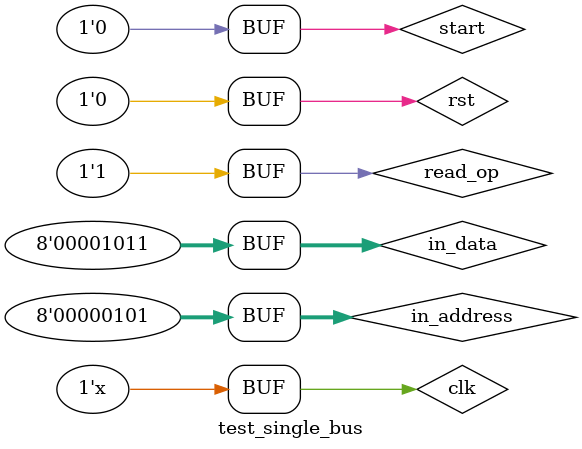
<source format=v>
`timescale 1ns / 1ps


module test_single_bus;

	// Inputs
	reg clk;
	reg rst;
	reg read_op;
	reg [7:0] in_address;
	reg [7:0] in_data;
	reg start;
	

	// Outputs
	wire [7:0] out_data;
	wire finish_flag;

	// Instantiate the Unit Under Test (UUT)
	single_bus1 uut (
		.clk(clk), 
		.rst(rst), 
		.read_op(read_op), 
		.in_address(in_address), 
		.in_data(in_data), 
		.out_data(out_data), 
		.finish_flag(finish_flag),
		.start(start)
	);
always #5 clk=~clk;
	initial begin
		// Initialize Inputs
		clk = 0;
		rst = 1;
		read_op =1;
		in_address = 8'd1;
		
		#10
		rst =0;
		read_op =1;
		start =1 ;
		in_address = 8'd1;
		#10
		start = 0;
		#60
		start = 1;
		read_op = 1;
		in_address =8'd3;
		#10
		start = 0;
		
		#60
		start=1;
		read_op = 1;
		in_address =8'd1;
		#10
		start=0;
		#60
		read_op = 1;
		in_address =8'd5;
		
		
		#60
		start =1;
		read_op = 0;
		in_address = 8'd5;
		in_data =8'd11;
		#20
		//start =0;
		
		#100
		start = 1;
		read_op = 1;
		in_address =8'd5;
		
		#10 
		start =0;
		// Wait 100 ns for global reset to finish
		#100;
        
		// Add stimulus here

	end
      
endmodule


</source>
